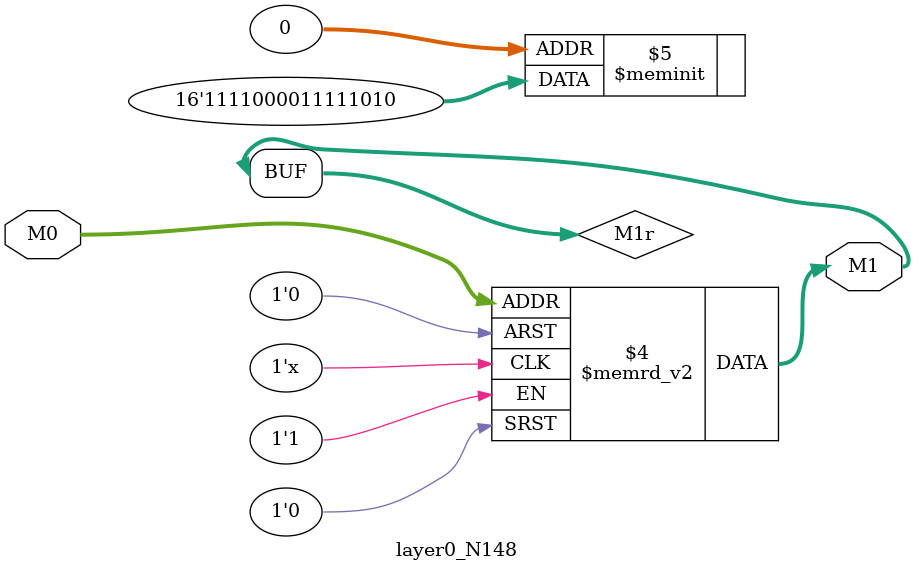
<source format=v>
module layer0_N148 ( input [2:0] M0, output [1:0] M1 );

	(*rom_style = "distributed" *) reg [1:0] M1r;
	assign M1 = M1r;
	always @ (M0) begin
		case (M0)
			3'b000: M1r = 2'b10;
			3'b100: M1r = 2'b00;
			3'b010: M1r = 2'b11;
			3'b110: M1r = 2'b11;
			3'b001: M1r = 2'b10;
			3'b101: M1r = 2'b00;
			3'b011: M1r = 2'b11;
			3'b111: M1r = 2'b11;

		endcase
	end
endmodule

</source>
